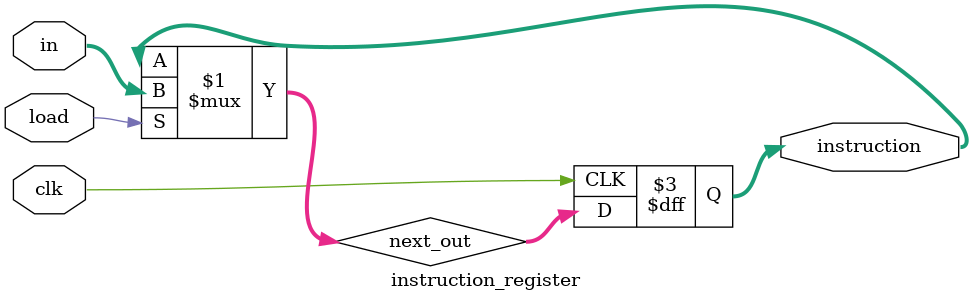
<source format=sv>
module instruction_register(in, load, instruction, clk);

parameter n = 16;  // width
  input clk, load ;
  input  [n-1:0] in ;
  output [n-1:0] instruction ;
  reg    [n-1:0] instruction ;
  wire   [n-1:0] next_out ;

  assign next_out = load ? in : instruction;

  always @(posedge clk)
    instruction = next_out;  
endmodule


</source>
